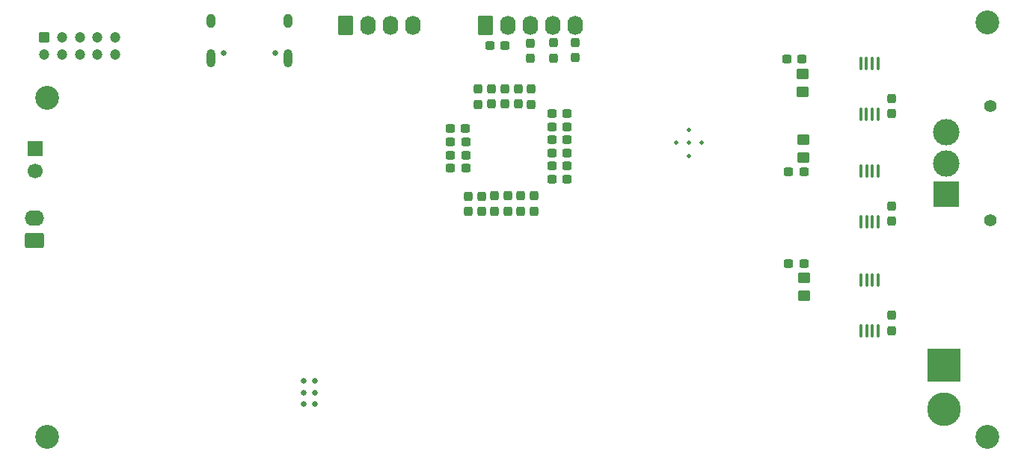
<source format=gbs>
G04 #@! TF.GenerationSoftware,KiCad,Pcbnew,9.0.3*
G04 #@! TF.CreationDate,2025-08-13T17:47:10+01:00*
G04 #@! TF.ProjectId,Pico-BLDC-Controller,5069636f-2d42-44c4-9443-2d436f6e7472,rev?*
G04 #@! TF.SameCoordinates,Original*
G04 #@! TF.FileFunction,Soldermask,Bot*
G04 #@! TF.FilePolarity,Negative*
%FSLAX46Y46*%
G04 Gerber Fmt 4.6, Leading zero omitted, Abs format (unit mm)*
G04 Created by KiCad (PCBNEW 9.0.3) date 2025-08-13 17:47:10*
%MOMM*%
%LPD*%
G01*
G04 APERTURE LIST*
G04 Aperture macros list*
%AMRoundRect*
0 Rectangle with rounded corners*
0 $1 Rounding radius*
0 $2 $3 $4 $5 $6 $7 $8 $9 X,Y pos of 4 corners*
0 Add a 4 corners polygon primitive as box body*
4,1,4,$2,$3,$4,$5,$6,$7,$8,$9,$2,$3,0*
0 Add four circle primitives for the rounded corners*
1,1,$1+$1,$2,$3*
1,1,$1+$1,$4,$5*
1,1,$1+$1,$6,$7*
1,1,$1+$1,$8,$9*
0 Add four rect primitives between the rounded corners*
20,1,$1+$1,$2,$3,$4,$5,0*
20,1,$1+$1,$4,$5,$6,$7,0*
20,1,$1+$1,$6,$7,$8,$9,0*
20,1,$1+$1,$8,$9,$2,$3,0*%
G04 Aperture macros list end*
%ADD10C,2.700000*%
%ADD11O,1.000000X1.600000*%
%ADD12O,1.000000X2.100000*%
%ADD13C,0.650000*%
%ADD14C,3.000000*%
%ADD15R,3.000000X3.000000*%
%ADD16C,1.400000*%
%ADD17C,0.629999*%
%ADD18RoundRect,0.250000X0.845000X-0.620000X0.845000X0.620000X-0.845000X0.620000X-0.845000X-0.620000X0*%
%ADD19O,2.190000X1.740000*%
%ADD20RoundRect,0.250000X-0.620000X-0.845000X0.620000X-0.845000X0.620000X0.845000X-0.620000X0.845000X0*%
%ADD21O,1.740000X2.190000*%
%ADD22C,0.499999*%
%ADD23R,1.700000X1.700000*%
%ADD24C,1.700000*%
%ADD25R,3.800000X3.800000*%
%ADD26C,3.800000*%
%ADD27RoundRect,0.250000X-0.350000X-0.350000X0.350000X-0.350000X0.350000X0.350000X-0.350000X0.350000X0*%
%ADD28C,1.200000*%
%ADD29RoundRect,0.237500X-0.237500X0.300000X-0.237500X-0.300000X0.237500X-0.300000X0.237500X0.300000X0*%
%ADD30RoundRect,0.237500X0.300000X0.237500X-0.300000X0.237500X-0.300000X-0.237500X0.300000X-0.237500X0*%
%ADD31RoundRect,0.237500X0.237500X-0.300000X0.237500X0.300000X-0.237500X0.300000X-0.237500X-0.300000X0*%
%ADD32RoundRect,0.237500X-0.300000X-0.237500X0.300000X-0.237500X0.300000X0.237500X-0.300000X0.237500X0*%
%ADD33RoundRect,0.100000X-0.100000X0.637500X-0.100000X-0.637500X0.100000X-0.637500X0.100000X0.637500X0*%
%ADD34RoundRect,0.250000X0.450000X-0.350000X0.450000X0.350000X-0.450000X0.350000X-0.450000X-0.350000X0*%
%ADD35RoundRect,0.250000X-0.450000X0.350000X-0.450000X-0.350000X0.450000X-0.350000X0.450000X0.350000X0*%
G04 APERTURE END LIST*
D10*
X204860000Y-92552500D03*
X204860000Y-45552500D03*
X98360000Y-54052500D03*
X98360000Y-92552500D03*
D11*
X116980000Y-45390000D03*
D12*
X116980000Y-49570000D03*
D11*
X125620000Y-45390000D03*
D12*
X125620000Y-49570000D03*
D13*
X118410000Y-49040000D03*
X124190000Y-49040000D03*
D14*
X200175000Y-58000000D03*
X200175000Y-61500000D03*
D15*
X200175000Y-65000000D03*
D16*
X205175000Y-68000000D03*
X205175000Y-55000000D03*
D17*
X127399997Y-86200000D03*
X127399997Y-87500000D03*
X127399997Y-88800000D03*
X128699999Y-86200000D03*
X128699999Y-87500000D03*
X128699999Y-88800000D03*
D18*
X96920000Y-70275000D03*
D19*
X96920000Y-67735000D03*
D20*
X132190000Y-45900000D03*
D21*
X134730000Y-45900000D03*
X137270000Y-45900000D03*
X139810000Y-45900000D03*
D22*
X171050000Y-60650000D03*
X169600000Y-59200000D03*
X171050000Y-59200000D03*
X172500000Y-59200000D03*
X171050000Y-57750000D03*
D23*
X97010000Y-59842500D03*
D24*
X97010000Y-62382500D03*
D25*
X199900000Y-84400000D03*
D26*
X199900000Y-89400000D03*
D27*
X98100000Y-47200000D03*
D28*
X98100000Y-49200000D03*
X100100000Y-47200000D03*
X100100000Y-49200000D03*
X102100000Y-47200000D03*
X102100000Y-49200000D03*
X104100000Y-47200000D03*
X104100000Y-49200000D03*
X106100000Y-47200000D03*
X106100000Y-49200000D03*
D20*
X148020000Y-45907500D03*
D21*
X150560000Y-45907500D03*
X153100000Y-45907500D03*
X155640000Y-45907500D03*
X158180000Y-45907500D03*
D29*
X152000000Y-65205813D03*
X152000000Y-66930813D03*
X150525000Y-65205813D03*
X150525000Y-66930813D03*
D30*
X145775000Y-62075000D03*
X144050000Y-62075000D03*
D31*
X193980000Y-68062500D03*
X193980000Y-66337500D03*
X151700000Y-54800000D03*
X151700000Y-53075000D03*
D32*
X155527500Y-58815000D03*
X157252500Y-58815000D03*
D29*
X158200000Y-47800000D03*
X158200000Y-49525000D03*
D30*
X183862500Y-49700000D03*
X182137500Y-49700000D03*
D31*
X147195000Y-54802500D03*
X147195000Y-53077500D03*
X194000000Y-80462501D03*
X194000000Y-78737499D03*
D30*
X145765000Y-57565000D03*
X144040000Y-57565000D03*
D32*
X155527500Y-63325000D03*
X157252500Y-63325000D03*
D29*
X155700000Y-47837500D03*
X155700000Y-49562500D03*
D31*
X148697500Y-54800000D03*
X148697500Y-53075000D03*
X150200000Y-54800000D03*
X150200000Y-53075000D03*
D32*
X155525000Y-61825000D03*
X157250000Y-61825000D03*
D29*
X153500000Y-65187500D03*
X153500000Y-66912500D03*
D31*
X153207500Y-54802500D03*
X153207500Y-53077500D03*
D32*
X155522500Y-55895000D03*
X157247500Y-55895000D03*
D30*
X145775000Y-60575000D03*
X144050000Y-60575000D03*
D33*
X190500000Y-50200000D03*
X191150000Y-50200000D03*
X191800000Y-50200000D03*
X192450000Y-50200000D03*
X192450000Y-55925000D03*
X191800000Y-55925000D03*
X191150000Y-55925000D03*
X190500000Y-55925000D03*
D34*
X183900000Y-53400000D03*
X183900000Y-51400000D03*
X184100000Y-76500000D03*
X184100000Y-74500000D03*
D30*
X145775000Y-59075000D03*
X144050000Y-59075000D03*
D29*
X146050000Y-65218313D03*
X146050000Y-66943313D03*
X149050000Y-65205813D03*
X149050000Y-66930813D03*
D32*
X155525000Y-60325000D03*
X157250000Y-60325000D03*
X155522500Y-57355000D03*
X157247500Y-57355000D03*
D29*
X147550000Y-65218313D03*
X147550000Y-66943313D03*
D31*
X194000000Y-55862501D03*
X194000000Y-54137499D03*
D30*
X184062500Y-72900000D03*
X182337500Y-72900000D03*
D35*
X184030000Y-58862500D03*
X184030000Y-60862500D03*
D32*
X148487500Y-48137500D03*
X150212500Y-48137500D03*
D33*
X190525000Y-62387500D03*
X191175000Y-62387500D03*
X191825000Y-62387500D03*
X192475000Y-62387500D03*
X192475000Y-68112500D03*
X191825000Y-68112500D03*
X191175000Y-68112500D03*
X190525000Y-68112500D03*
D29*
X153100000Y-47900000D03*
X153100000Y-49625000D03*
D30*
X184062500Y-62500000D03*
X182337500Y-62500000D03*
D33*
X190525000Y-74737500D03*
X191175000Y-74737500D03*
X191825000Y-74737500D03*
X192475000Y-74737500D03*
X192475000Y-80462500D03*
X191825000Y-80462500D03*
X191175000Y-80462500D03*
X190525000Y-80462500D03*
M02*

</source>
